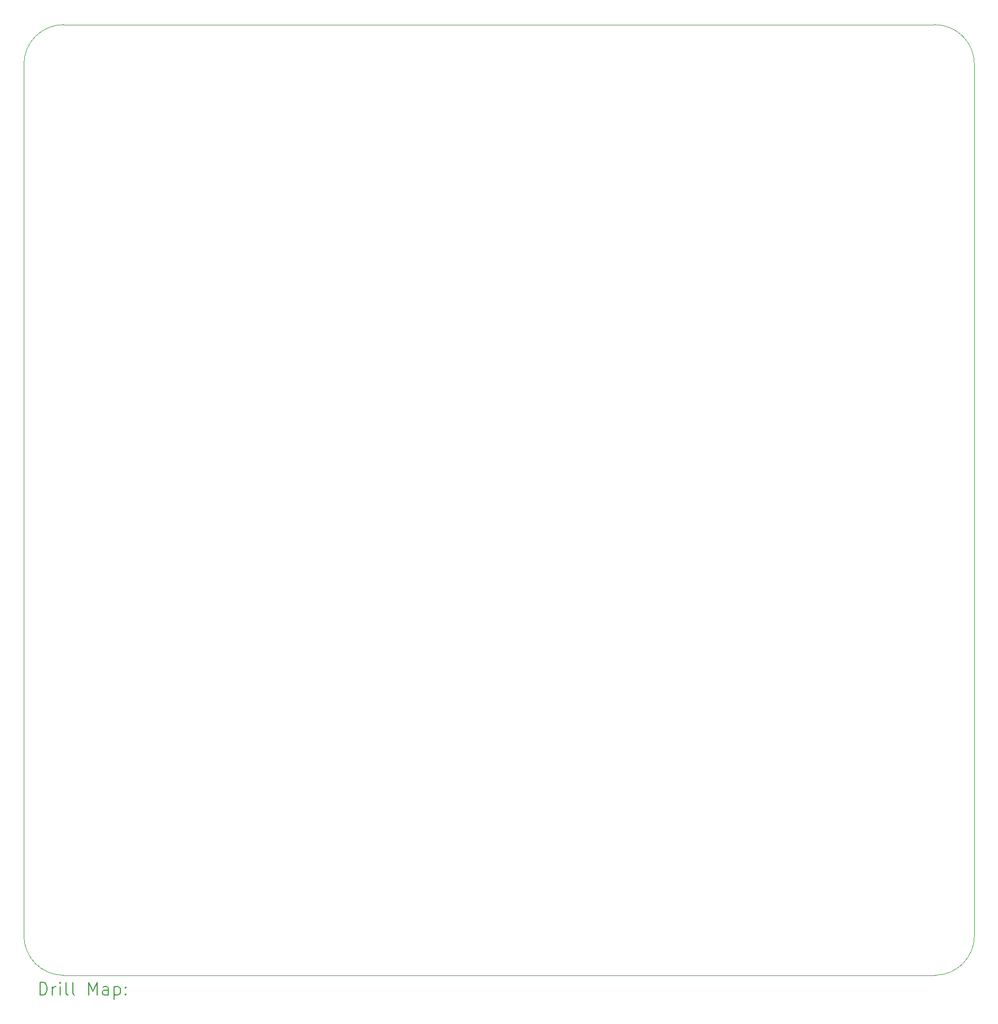
<source format=gbr>
%TF.GenerationSoftware,KiCad,Pcbnew,8.0.6*%
%TF.CreationDate,2025-01-26T17:40:16-05:00*%
%TF.ProjectId,Main_Board_Rev1,4d61696e-5f42-46f6-9172-645f52657631,rev?*%
%TF.SameCoordinates,Original*%
%TF.FileFunction,Drillmap*%
%TF.FilePolarity,Positive*%
%FSLAX45Y45*%
G04 Gerber Fmt 4.5, Leading zero omitted, Abs format (unit mm)*
G04 Created by KiCad (PCBNEW 8.0.6) date 2025-01-26 17:40:16*
%MOMM*%
%LPD*%
G01*
G04 APERTURE LIST*
%ADD10C,0.050000*%
%ADD11C,0.200000*%
G04 APERTURE END LIST*
D10*
X2445000Y-1900000D02*
X16415000Y-1900000D01*
X17050000Y-2535000D02*
X17050000Y-16505000D01*
X1810000Y-2535000D02*
G75*
G02*
X2445000Y-1900000I635000J0D01*
G01*
X2445000Y-17140000D02*
G75*
G02*
X1810000Y-16505000I0J635000D01*
G01*
X17050000Y-16505000D02*
G75*
G02*
X16415000Y-17140000I-635000J0D01*
G01*
X1810000Y-16505000D02*
X1810000Y-2535000D01*
X16415000Y-1900000D02*
G75*
G02*
X17050000Y-2535000I0J-635000D01*
G01*
X16415000Y-17140000D02*
X2445000Y-17140000D01*
D11*
X2068277Y-17453984D02*
X2068277Y-17253984D01*
X2068277Y-17253984D02*
X2115896Y-17253984D01*
X2115896Y-17253984D02*
X2144467Y-17263508D01*
X2144467Y-17263508D02*
X2163515Y-17282555D01*
X2163515Y-17282555D02*
X2173039Y-17301603D01*
X2173039Y-17301603D02*
X2182563Y-17339698D01*
X2182563Y-17339698D02*
X2182563Y-17368270D01*
X2182563Y-17368270D02*
X2173039Y-17406365D01*
X2173039Y-17406365D02*
X2163515Y-17425412D01*
X2163515Y-17425412D02*
X2144467Y-17444460D01*
X2144467Y-17444460D02*
X2115896Y-17453984D01*
X2115896Y-17453984D02*
X2068277Y-17453984D01*
X2268277Y-17453984D02*
X2268277Y-17320650D01*
X2268277Y-17358746D02*
X2277801Y-17339698D01*
X2277801Y-17339698D02*
X2287324Y-17330174D01*
X2287324Y-17330174D02*
X2306372Y-17320650D01*
X2306372Y-17320650D02*
X2325420Y-17320650D01*
X2392086Y-17453984D02*
X2392086Y-17320650D01*
X2392086Y-17253984D02*
X2382563Y-17263508D01*
X2382563Y-17263508D02*
X2392086Y-17273031D01*
X2392086Y-17273031D02*
X2401610Y-17263508D01*
X2401610Y-17263508D02*
X2392086Y-17253984D01*
X2392086Y-17253984D02*
X2392086Y-17273031D01*
X2515896Y-17453984D02*
X2496848Y-17444460D01*
X2496848Y-17444460D02*
X2487324Y-17425412D01*
X2487324Y-17425412D02*
X2487324Y-17253984D01*
X2620658Y-17453984D02*
X2601610Y-17444460D01*
X2601610Y-17444460D02*
X2592086Y-17425412D01*
X2592086Y-17425412D02*
X2592086Y-17253984D01*
X2849229Y-17453984D02*
X2849229Y-17253984D01*
X2849229Y-17253984D02*
X2915896Y-17396841D01*
X2915896Y-17396841D02*
X2982562Y-17253984D01*
X2982562Y-17253984D02*
X2982562Y-17453984D01*
X3163515Y-17453984D02*
X3163515Y-17349222D01*
X3163515Y-17349222D02*
X3153991Y-17330174D01*
X3153991Y-17330174D02*
X3134943Y-17320650D01*
X3134943Y-17320650D02*
X3096848Y-17320650D01*
X3096848Y-17320650D02*
X3077801Y-17330174D01*
X3163515Y-17444460D02*
X3144467Y-17453984D01*
X3144467Y-17453984D02*
X3096848Y-17453984D01*
X3096848Y-17453984D02*
X3077801Y-17444460D01*
X3077801Y-17444460D02*
X3068277Y-17425412D01*
X3068277Y-17425412D02*
X3068277Y-17406365D01*
X3068277Y-17406365D02*
X3077801Y-17387317D01*
X3077801Y-17387317D02*
X3096848Y-17377793D01*
X3096848Y-17377793D02*
X3144467Y-17377793D01*
X3144467Y-17377793D02*
X3163515Y-17368270D01*
X3258753Y-17320650D02*
X3258753Y-17520650D01*
X3258753Y-17330174D02*
X3277801Y-17320650D01*
X3277801Y-17320650D02*
X3315896Y-17320650D01*
X3315896Y-17320650D02*
X3334943Y-17330174D01*
X3334943Y-17330174D02*
X3344467Y-17339698D01*
X3344467Y-17339698D02*
X3353991Y-17358746D01*
X3353991Y-17358746D02*
X3353991Y-17415889D01*
X3353991Y-17415889D02*
X3344467Y-17434936D01*
X3344467Y-17434936D02*
X3334943Y-17444460D01*
X3334943Y-17444460D02*
X3315896Y-17453984D01*
X3315896Y-17453984D02*
X3277801Y-17453984D01*
X3277801Y-17453984D02*
X3258753Y-17444460D01*
X3439705Y-17434936D02*
X3449229Y-17444460D01*
X3449229Y-17444460D02*
X3439705Y-17453984D01*
X3439705Y-17453984D02*
X3430182Y-17444460D01*
X3430182Y-17444460D02*
X3439705Y-17434936D01*
X3439705Y-17434936D02*
X3439705Y-17453984D01*
X3439705Y-17330174D02*
X3449229Y-17339698D01*
X3449229Y-17339698D02*
X3439705Y-17349222D01*
X3439705Y-17349222D02*
X3430182Y-17339698D01*
X3430182Y-17339698D02*
X3439705Y-17330174D01*
X3439705Y-17330174D02*
X3439705Y-17349222D01*
M02*

</source>
